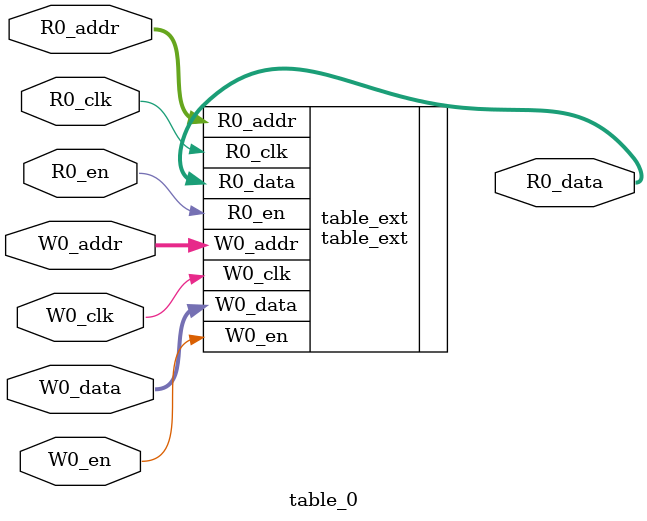
<source format=sv>
`ifndef RANDOMIZE
  `ifdef RANDOMIZE_MEM_INIT
    `define RANDOMIZE
  `endif // RANDOMIZE_MEM_INIT
`endif // not def RANDOMIZE
`ifndef RANDOMIZE
  `ifdef RANDOMIZE_REG_INIT
    `define RANDOMIZE
  `endif // RANDOMIZE_REG_INIT
`endif // not def RANDOMIZE

`ifndef RANDOM
  `define RANDOM $random
`endif // not def RANDOM

// Users can define INIT_RANDOM as general code that gets injected into the
// initializer block for modules with registers.
`ifndef INIT_RANDOM
  `define INIT_RANDOM
`endif // not def INIT_RANDOM

// If using random initialization, you can also define RANDOMIZE_DELAY to
// customize the delay used, otherwise 0.002 is used.
`ifndef RANDOMIZE_DELAY
  `define RANDOMIZE_DELAY 0.002
`endif // not def RANDOMIZE_DELAY

// Define INIT_RANDOM_PROLOG_ for use in our modules below.
`ifndef INIT_RANDOM_PROLOG_
  `ifdef RANDOMIZE
    `ifdef VERILATOR
      `define INIT_RANDOM_PROLOG_ `INIT_RANDOM
    `else  // VERILATOR
      `define INIT_RANDOM_PROLOG_ `INIT_RANDOM #`RANDOMIZE_DELAY begin end
    `endif // VERILATOR
  `else  // RANDOMIZE
    `define INIT_RANDOM_PROLOG_
  `endif // RANDOMIZE
`endif // not def INIT_RANDOM_PROLOG_

// Include register initializers in init blocks unless synthesis is set
`ifndef SYNTHESIS
  `ifndef ENABLE_INITIAL_REG_
    `define ENABLE_INITIAL_REG_
  `endif // not def ENABLE_INITIAL_REG_
`endif // not def SYNTHESIS

// Include rmemory initializers in init blocks unless synthesis is set
`ifndef SYNTHESIS
  `ifndef ENABLE_INITIAL_MEM_
    `define ENABLE_INITIAL_MEM_
  `endif // not def ENABLE_INITIAL_MEM_
`endif // not def SYNTHESIS

// Standard header to adapt well known macros for prints and assertions.

// Users can define 'PRINTF_COND' to add an extra gate to prints.
`ifndef PRINTF_COND_
  `ifdef PRINTF_COND
    `define PRINTF_COND_ (`PRINTF_COND)
  `else  // PRINTF_COND
    `define PRINTF_COND_ 1
  `endif // PRINTF_COND
`endif // not def PRINTF_COND_

// Users can define 'ASSERT_VERBOSE_COND' to add an extra gate to assert error printing.
`ifndef ASSERT_VERBOSE_COND_
  `ifdef ASSERT_VERBOSE_COND
    `define ASSERT_VERBOSE_COND_ (`ASSERT_VERBOSE_COND)
  `else  // ASSERT_VERBOSE_COND
    `define ASSERT_VERBOSE_COND_ 1
  `endif // ASSERT_VERBOSE_COND
`endif // not def ASSERT_VERBOSE_COND_

// Users can define 'STOP_COND' to add an extra gate to stop conditions.
`ifndef STOP_COND_
  `ifdef STOP_COND
    `define STOP_COND_ (`STOP_COND)
  `else  // STOP_COND
    `define STOP_COND_ 1
  `endif // STOP_COND
`endif // not def STOP_COND_

module table_0(	// @[generators/rocket-chip/src/main/scala/zzguard_rr/look_table_new.scala:16:26]
  input  [6:0] R0_addr,
  input        R0_en,
               R0_clk,
  output [3:0] R0_data,
  input  [6:0] W0_addr,
  input        W0_en,
               W0_clk,
  input  [3:0] W0_data
);

  table_ext table_ext (	// @[generators/rocket-chip/src/main/scala/zzguard_rr/look_table_new.scala:16:26]
    .R0_addr (R0_addr),
    .R0_en   (R0_en),
    .R0_clk  (R0_clk),
    .R0_data (R0_data),
    .W0_addr (W0_addr),
    .W0_en   (W0_en),
    .W0_clk  (W0_clk),
    .W0_data (W0_data)
  );
endmodule


</source>
